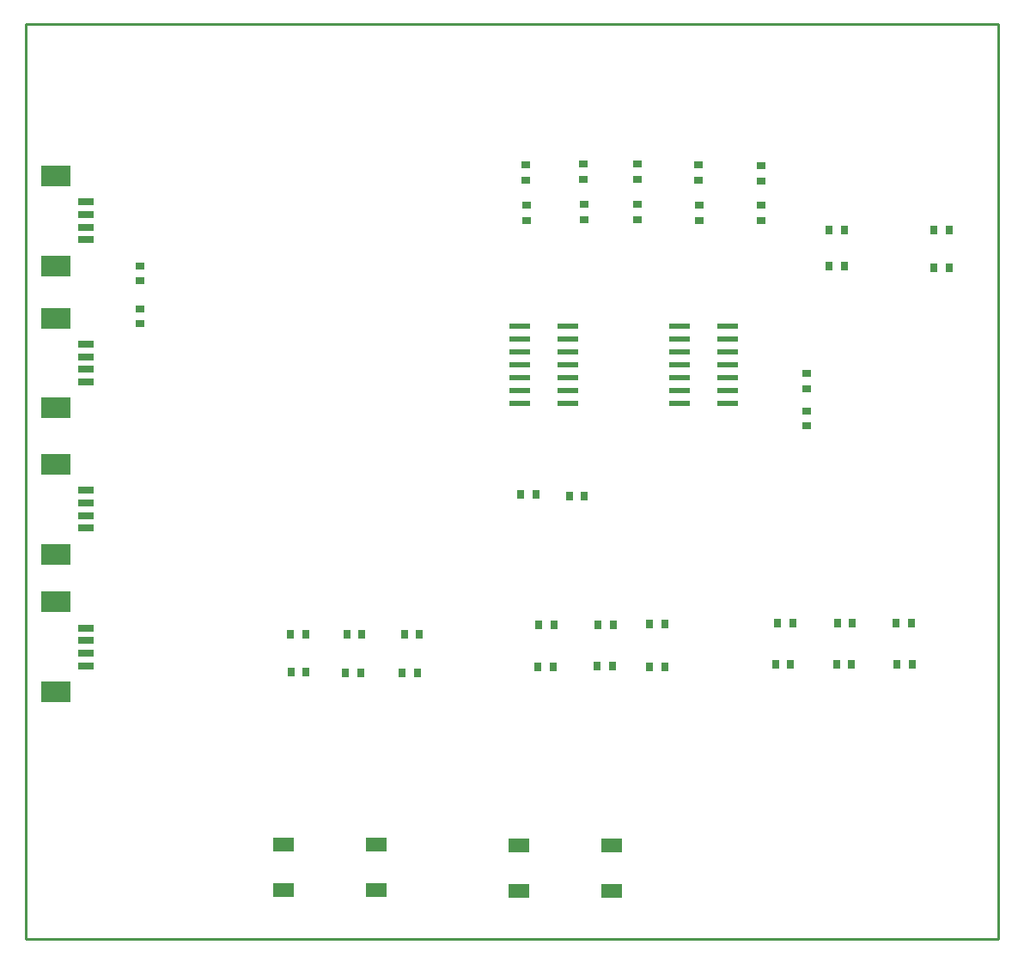
<source format=gtp>
G04*
G04 #@! TF.GenerationSoftware,Altium Limited,Altium Designer,18.1.9 (240)*
G04*
G04 Layer_Color=8421504*
%FSLAX44Y44*%
%MOMM*%
G71*
G01*
G75*
%ADD14C,0.2540*%
%ADD20R,0.9000X0.7000*%
%ADD21R,1.6000X0.8000*%
%ADD22R,3.0000X2.1000*%
%ADD23R,0.7000X0.9000*%
%ADD24R,2.0574X0.6096*%
%ADD25R,2.1000X1.4000*%
D14*
Y902292D01*
X958596D01*
X958596Y0D01*
X0D02*
X958596D01*
D20*
X770000Y542508D02*
D03*
Y557508D02*
D03*
X113000Y649000D02*
D03*
Y664000D02*
D03*
X770000Y520860D02*
D03*
Y505860D02*
D03*
X112998Y621580D02*
D03*
Y606580D02*
D03*
X724992Y708500D02*
D03*
Y723500D02*
D03*
Y762377D02*
D03*
Y747377D02*
D03*
X602855Y764378D02*
D03*
Y749378D02*
D03*
X663000Y763378D02*
D03*
Y748378D02*
D03*
X550000Y764378D02*
D03*
Y749378D02*
D03*
X492455Y763378D02*
D03*
Y748378D02*
D03*
X602855Y709500D02*
D03*
Y724500D02*
D03*
X664305Y708500D02*
D03*
Y723500D02*
D03*
X550170Y709195D02*
D03*
Y724195D02*
D03*
X493380Y708500D02*
D03*
Y723500D02*
D03*
D21*
X59000Y701950D02*
D03*
Y689450D02*
D03*
Y714450D02*
D03*
Y726950D02*
D03*
Y586580D02*
D03*
Y574080D02*
D03*
Y549080D02*
D03*
Y561580D02*
D03*
Y442500D02*
D03*
Y430000D02*
D03*
Y405000D02*
D03*
Y417500D02*
D03*
Y306642D02*
D03*
Y294142D02*
D03*
Y269142D02*
D03*
Y281642D02*
D03*
D22*
X30000Y752450D02*
D03*
Y663950D02*
D03*
Y523580D02*
D03*
Y612080D02*
D03*
Y379500D02*
D03*
Y468000D02*
D03*
Y243642D02*
D03*
Y332142D02*
D03*
D23*
X316400Y300000D02*
D03*
X331400D02*
D03*
X315030Y262000D02*
D03*
X330030D02*
D03*
X564000Y310000D02*
D03*
X579000D02*
D03*
X505500Y310000D02*
D03*
X520500D02*
D03*
X371110Y262000D02*
D03*
X386110D02*
D03*
X741000Y311000D02*
D03*
X756000D02*
D03*
X563000Y268868D02*
D03*
X578000D02*
D03*
X276400Y262750D02*
D03*
X261400D02*
D03*
X487695Y438000D02*
D03*
X502695D02*
D03*
X873500Y271000D02*
D03*
X858500D02*
D03*
X520025Y268000D02*
D03*
X505025D02*
D03*
X806632Y663750D02*
D03*
X791632D02*
D03*
X814000Y270500D02*
D03*
X799000D02*
D03*
X754000Y270500D02*
D03*
X739000D02*
D03*
X910000Y661750D02*
D03*
X895000D02*
D03*
X630000Y268000D02*
D03*
X615000D02*
D03*
X388150Y300000D02*
D03*
X373150D02*
D03*
X872980Y311000D02*
D03*
X857980D02*
D03*
X815000D02*
D03*
X800000D02*
D03*
X630000Y310750D02*
D03*
X615000D02*
D03*
X275900Y300000D02*
D03*
X260900D02*
D03*
X550695Y437000D02*
D03*
X535695D02*
D03*
X806632Y699302D02*
D03*
X791632D02*
D03*
X910000Y699303D02*
D03*
X895000D02*
D03*
D24*
X486695Y604100D02*
D03*
Y591400D02*
D03*
Y578700D02*
D03*
Y566000D02*
D03*
Y553300D02*
D03*
Y540600D02*
D03*
Y527900D02*
D03*
X534701D02*
D03*
Y540600D02*
D03*
Y553300D02*
D03*
Y566000D02*
D03*
Y578700D02*
D03*
Y591400D02*
D03*
Y604100D02*
D03*
X643994D02*
D03*
Y591400D02*
D03*
Y578700D02*
D03*
Y566000D02*
D03*
Y553300D02*
D03*
Y540600D02*
D03*
Y527900D02*
D03*
X692000D02*
D03*
Y540600D02*
D03*
Y553300D02*
D03*
Y566000D02*
D03*
Y578700D02*
D03*
Y591400D02*
D03*
Y604100D02*
D03*
D25*
X345197Y48000D02*
D03*
Y93000D02*
D03*
X254197Y48000D02*
D03*
Y93000D02*
D03*
X577300Y47500D02*
D03*
Y92500D02*
D03*
X486300Y47500D02*
D03*
Y92500D02*
D03*
M02*

</source>
